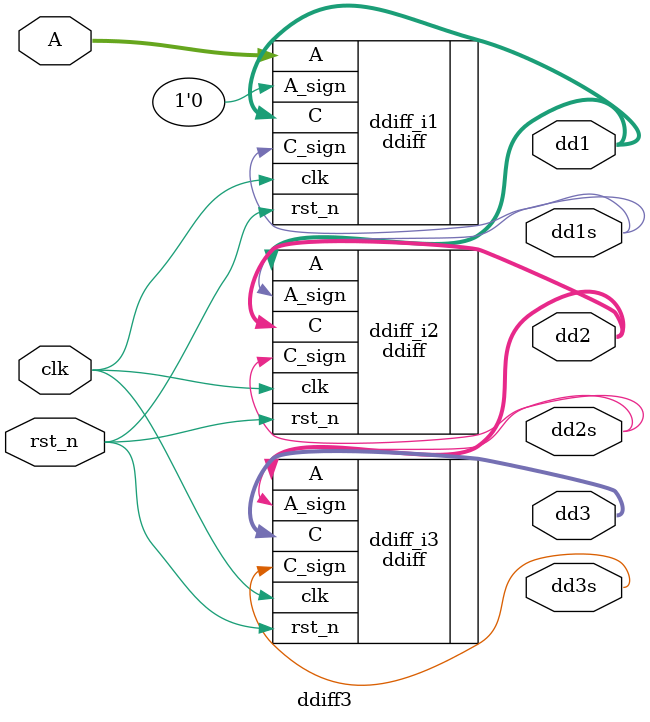
<source format=sv>

module ddiff3 (
  input bit clk,
  input bit rst_n,
  input [15:0] A,

  output [15:0] dd1,  // first delayed difference
  output bit dd1s,
  output [15:0] dd2,
  output bit dd2s,
  output [15:0] dd3,  // third delayed difference
  output bit dd3s
  );

  ddiff ddiff_i1(
    .clk(clk),
    .rst_n(rst_n),
    .A(A),
    .A_sign(1'b0),
    .C(dd1),
    .C_sign(dd1s)
  );

  ddiff ddiff_i2(
    .clk(clk),
    .rst_n(rst_n),
    .A(dd1),
    .A_sign(dd1s),
    .C(dd2),
    .C_sign(dd2s)
  );

  ddiff ddiff_i3(
    .clk(clk),
    .rst_n(rst_n),
    .A(dd2),
    .A_sign(dd2s),
    .C(dd3),
    .C_sign(dd3s)
  );

 endmodule

</source>
